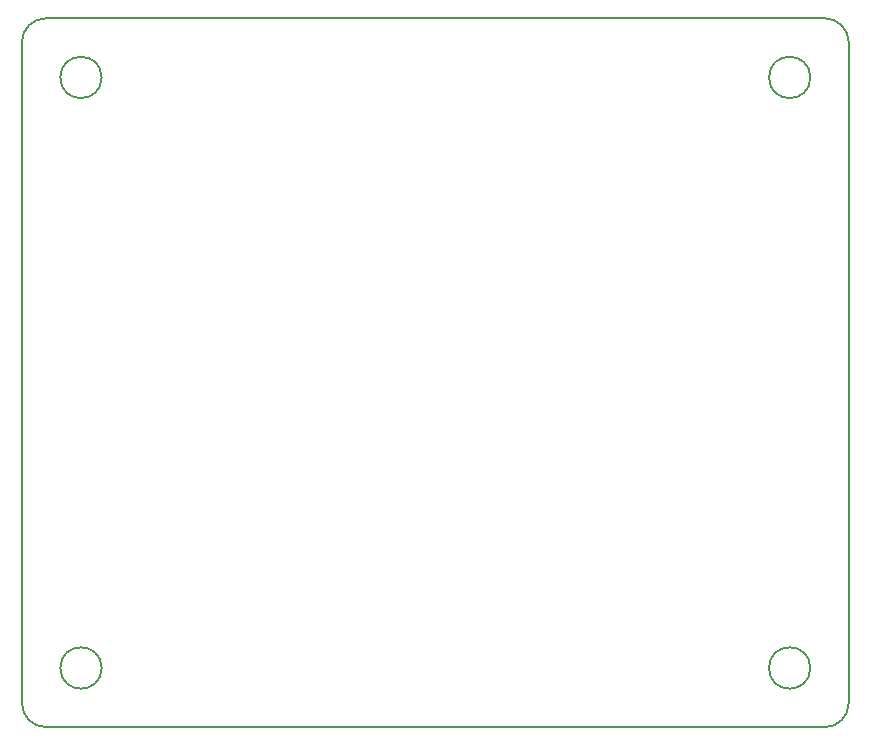
<source format=gbr>
%TF.GenerationSoftware,KiCad,Pcbnew,7.0.11+1*%
%TF.CreationDate,2024-03-31T13:18:17+02:00*%
%TF.ProjectId,ch32v203_thermokoppel,63683332-7632-4303-935f-746865726d6f,rev?*%
%TF.SameCoordinates,Original*%
%TF.FileFunction,Profile,NP*%
%FSLAX46Y46*%
G04 Gerber Fmt 4.6, Leading zero omitted, Abs format (unit mm)*
G04 Created by KiCad (PCBNEW 7.0.11+1) date 2024-03-31 13:18:17*
%MOMM*%
%LPD*%
G01*
G04 APERTURE LIST*
%TA.AperFunction,Profile*%
%ADD10C,0.200000*%
%TD*%
G04 APERTURE END LIST*
D10*
X101750000Y-95000000D02*
G75*
G03*
X98250000Y-95000000I-1750000J0D01*
G01*
X98250000Y-95000000D02*
G75*
G03*
X101750000Y-95000000I1750000J0D01*
G01*
X161750000Y-95000000D02*
G75*
G03*
X158250000Y-95000000I-1750000J0D01*
G01*
X158250000Y-95000000D02*
G75*
G03*
X161750000Y-95000000I1750000J0D01*
G01*
X161750000Y-45000000D02*
G75*
G03*
X158250000Y-45000000I-1750000J0D01*
G01*
X158250000Y-45000000D02*
G75*
G03*
X161750000Y-45000000I1750000J0D01*
G01*
X101750000Y-45000000D02*
G75*
G03*
X98250000Y-45000000I-1750000J0D01*
G01*
X98250000Y-45000000D02*
G75*
G03*
X101750000Y-45000000I1750000J0D01*
G01*
X97000000Y-40000000D02*
X163000000Y-40000000D01*
X165000000Y-42000000D02*
G75*
G03*
X163000000Y-40000000I-2000000J0D01*
G01*
X165000000Y-42000000D02*
X165000000Y-98000000D01*
X163000000Y-100000000D02*
G75*
G03*
X165000000Y-98000000I0J2000000D01*
G01*
X163000000Y-100000000D02*
X97000000Y-100000000D01*
X95000000Y-98000000D02*
G75*
G03*
X97000000Y-100000000I1999999J-1D01*
G01*
X95000000Y-98000000D02*
X95000000Y-42000000D01*
X97000000Y-40000000D02*
G75*
G03*
X95000000Y-42000000I-1J-1999999D01*
G01*
M02*

</source>
